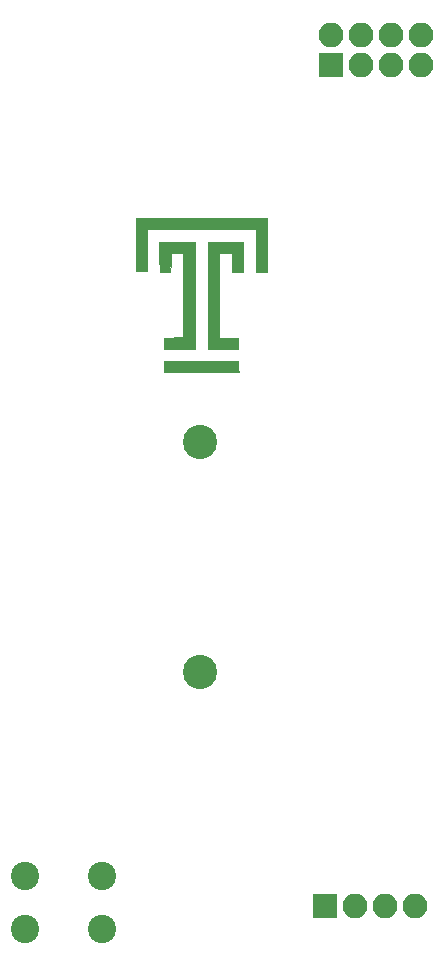
<source format=gbr>
G04 #@! TF.GenerationSoftware,KiCad,Pcbnew,(5.0.0)*
G04 #@! TF.CreationDate,2019-03-24T20:36:13-04:00*
G04 #@! TF.ProjectId,WS2812B Tiny T,575332383132422054696E7920542E6B,rev?*
G04 #@! TF.SameCoordinates,Original*
G04 #@! TF.FileFunction,Soldermask,Bot*
G04 #@! TF.FilePolarity,Negative*
%FSLAX46Y46*%
G04 Gerber Fmt 4.6, Leading zero omitted, Abs format (unit mm)*
G04 Created by KiCad (PCBNEW (5.0.0)) date 03/24/19 20:36:13*
%MOMM*%
%LPD*%
G01*
G04 APERTURE LIST*
%ADD10C,0.010000*%
%ADD11C,2.900000*%
%ADD12O,2.100000X2.100000*%
%ADD13R,2.100000X2.100000*%
%ADD14C,2.400000*%
G04 APERTURE END LIST*
D10*
G04 #@! TO.C,G\002A\002A\002A*
G36*
X122097800Y-82969100D02*
X122097800Y-87439500D01*
X122567049Y-87454097D01*
X123036297Y-87468695D01*
X123049649Y-85676097D01*
X123063000Y-83883500D01*
X132257800Y-83883500D01*
X132284484Y-87515700D01*
X133248400Y-87515700D01*
X133248400Y-82943252D01*
X122097800Y-82969100D01*
X122097800Y-82969100D01*
G37*
X122097800Y-82969100D02*
X122097800Y-87439500D01*
X122567049Y-87454097D01*
X123036297Y-87468695D01*
X123049649Y-85676097D01*
X123063000Y-83883500D01*
X132257800Y-83883500D01*
X132284484Y-87515700D01*
X133248400Y-87515700D01*
X133248400Y-82943252D01*
X122097800Y-82969100D01*
G36*
X124116213Y-86232999D02*
X124129800Y-87490300D01*
X125044200Y-87490300D01*
X125058224Y-86715600D01*
X125072247Y-85940900D01*
X126136400Y-85940900D01*
X126136400Y-93050320D01*
X124536200Y-93078300D01*
X124506988Y-94018100D01*
X127101600Y-94018100D01*
X127101600Y-84975700D01*
X125602113Y-84975699D01*
X124102626Y-84975699D01*
X124116213Y-86232999D01*
X124116213Y-86232999D01*
G37*
X124116213Y-86232999D02*
X124129800Y-87490300D01*
X125044200Y-87490300D01*
X125058224Y-86715600D01*
X125072247Y-85940900D01*
X126136400Y-85940900D01*
X126136400Y-93050320D01*
X124536200Y-93078300D01*
X124506988Y-94018100D01*
X127101600Y-94018100D01*
X127101600Y-84975700D01*
X125602113Y-84975699D01*
X124102626Y-84975699D01*
X124116213Y-86232999D01*
G36*
X128218050Y-85001100D02*
X128218084Y-94021682D01*
X129493495Y-94032591D01*
X129842096Y-94034601D01*
X130155188Y-94034545D01*
X130419051Y-94032578D01*
X130619967Y-94028855D01*
X130744217Y-94023530D01*
X130779262Y-94018100D01*
X130783076Y-93959211D01*
X130784476Y-93823361D01*
X130783320Y-93635161D01*
X130781985Y-93543310D01*
X130774353Y-93093920D01*
X129979377Y-93101045D01*
X129184400Y-93108170D01*
X129184400Y-85940900D01*
X130251200Y-85940900D01*
X130251200Y-87515700D01*
X131216400Y-87515700D01*
X131216400Y-84974188D01*
X128218050Y-85001100D01*
X128218050Y-85001100D01*
G37*
X128218050Y-85001100D02*
X128218084Y-94021682D01*
X129493495Y-94032591D01*
X129842096Y-94034601D01*
X130155188Y-94034545D01*
X130419051Y-94032578D01*
X130619967Y-94028855D01*
X130744217Y-94023530D01*
X130779262Y-94018100D01*
X130783076Y-93959211D01*
X130784476Y-93823361D01*
X130783320Y-93635161D01*
X130781985Y-93543310D01*
X130774353Y-93093920D01*
X129979377Y-93101045D01*
X129184400Y-93108170D01*
X129184400Y-85940900D01*
X130251200Y-85940900D01*
X130251200Y-87515700D01*
X131216400Y-87515700D01*
X131216400Y-84974188D01*
X128218050Y-85001100D01*
G36*
X124510800Y-95999300D02*
X130823294Y-95999300D01*
X130791806Y-95808800D01*
X130772761Y-95640305D01*
X130761249Y-95436158D01*
X130759760Y-95351600D01*
X130759200Y-95084900D01*
X124510800Y-95084900D01*
X124510800Y-95999300D01*
X124510800Y-95999300D01*
G37*
X124510800Y-95999300D02*
X130823294Y-95999300D01*
X130791806Y-95808800D01*
X130772761Y-95640305D01*
X130761249Y-95436158D01*
X130759760Y-95351600D01*
X130759200Y-95084900D01*
X124510800Y-95084900D01*
X124510800Y-95999300D01*
G04 #@! TD*
D11*
G04 #@! TO.C,J1*
X127512000Y-121412000D03*
X127512000Y-101912000D03*
G04 #@! TD*
D12*
G04 #@! TO.C,J2*
X145732000Y-141222500D03*
X143192000Y-141222500D03*
X140652000Y-141222500D03*
D13*
X138112000Y-141222500D03*
G04 #@! TD*
D14*
G04 #@! TO.C,SW1*
X119212000Y-138622500D03*
X119212000Y-143122500D03*
X112712000Y-138622500D03*
X112712000Y-143122500D03*
G04 #@! TD*
D12*
G04 #@! TO.C,J3*
X146300000Y-67453500D03*
X146300000Y-69993500D03*
X143760000Y-67453500D03*
X143760000Y-69993500D03*
X141220000Y-67453500D03*
X141220000Y-69993500D03*
X138680000Y-67453500D03*
D13*
X138680000Y-69993500D03*
G04 #@! TD*
M02*

</source>
